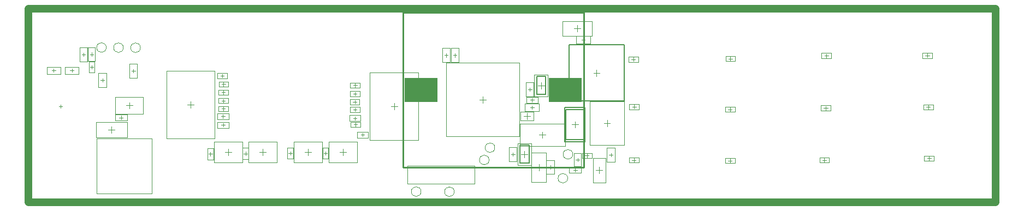
<source format=gbp>
G04*
G04 #@! TF.GenerationSoftware,Altium Limited,CircuitMaker,2.3.0 (2.3.0.3)*
G04*
G04 Layer_Color=16770453*
%FSLAX24Y24*%
%MOIN*%
G70*
G04*
G04 #@! TF.SameCoordinates,BA9B3302-63F0-48E8-8009-FCAE1684F3EC*
G04*
G04*
G04 #@! TF.FilePolarity,Positive*
G04*
G01*
G75*
%ADD11C,0.0039*%
%ADD13C,0.0100*%
%ADD14C,0.0050*%
%ADD15C,0.0079*%
%ADD16C,0.0059*%
%ADD18C,0.0472*%
%ADD19C,0.0020*%
%ADD114R,0.2000X0.1500*%
D11*
X4197Y3888D02*
X7544D01*
Y542D02*
Y3888D01*
X4197Y542D02*
X7544D01*
X4197D02*
Y3888D01*
X26015Y640D02*
G03*
X26015Y640I-295J0D01*
G01*
X33251Y2925D02*
G03*
X33251Y2925I-295J0D01*
G01*
X5818Y9449D02*
G03*
X5818Y9449I-295J0D01*
G01*
X6859Y9444D02*
G03*
X6859Y9444I-295J0D01*
G01*
X4780Y9454D02*
G03*
X4780Y9454I-295J0D01*
G01*
X28144Y2582D02*
G03*
X28144Y2582I-295J0D01*
G01*
X28494Y3332D02*
G03*
X28494Y3332I-295J0D01*
G01*
X32941Y1465D02*
G03*
X32941Y1465I-295J0D01*
G01*
X23988Y649D02*
G03*
X23988Y649I-295J0D01*
G01*
X4542Y7346D02*
Y7563D01*
X4434Y7455D02*
X4651D01*
X35147Y4818D02*
X35541D01*
X35344Y4621D02*
Y5015D01*
X19835Y6135D02*
X20051D01*
X19943Y6027D02*
Y6243D01*
X5983Y5913D02*
X6377D01*
X6180Y5717D02*
Y6110D01*
X14134Y3066D02*
X14528D01*
X14331Y2869D02*
Y3263D01*
X23154Y1127D02*
X27249D01*
Y2229D01*
X23154D02*
X27249D01*
X23154Y1127D02*
Y2229D01*
X27562Y6272D02*
X27956D01*
X27759Y6075D02*
Y6469D01*
X1573Y7947D02*
Y8163D01*
X1465Y8055D02*
X1681D01*
X2676Y7947D02*
Y8163D01*
X2567Y8055D02*
X2784D01*
X19965Y5027D02*
Y5243D01*
X19857Y5135D02*
X20074D01*
X20426Y4012D02*
Y4228D01*
X20317Y4120D02*
X20534D01*
X18047Y2987D02*
X18264D01*
X18155Y2879D02*
Y3095D01*
X15908Y3001D02*
X16125D01*
X16017Y2893D02*
Y3109D01*
X13173Y2978D02*
X13390D01*
X13281Y2870D02*
Y3087D01*
X11029Y2946D02*
X11246D01*
X11138Y2838D02*
Y3054D01*
X19218Y2866D02*
Y3260D01*
X19021Y3063D02*
X19414D01*
X17093Y2863D02*
Y3257D01*
X16897Y3060D02*
X17290D01*
X12228Y2865D02*
Y3259D01*
X12032Y3062D02*
X12425D01*
X11904Y5137D02*
Y5353D01*
X11796Y5245D02*
X12012D01*
X11909Y4612D02*
Y4829D01*
X11801Y4720D02*
X12017D01*
X22351Y5661D02*
Y6055D01*
X22154Y5858D02*
X22548D01*
X20874Y7925D02*
X23827D01*
X20874Y3791D02*
X23827D01*
X20874D02*
Y7925D01*
X23827Y3791D02*
Y7925D01*
X9922Y5775D02*
Y6169D01*
X9725Y5972D02*
X10119D01*
X8445Y3905D02*
X11398D01*
X8445Y8039D02*
X11398D01*
Y3905D02*
Y8039D01*
X8445Y3905D02*
Y8039D01*
X29492Y2925D02*
X29709D01*
X29600Y2816D02*
Y3033D01*
X30300Y2738D02*
Y3131D01*
X30104Y2935D02*
X30497D01*
X31876Y2037D02*
Y2253D01*
X31767Y2145D02*
X31984D01*
X30979Y2125D02*
X31373D01*
X31176Y1928D02*
Y2322D01*
X33278Y1975D02*
X33514D01*
X33396Y1857D02*
Y2093D01*
X36983Y2452D02*
Y2688D01*
X36865Y2570D02*
X37101D01*
X33546Y2487D02*
Y2703D01*
X33437Y2595D02*
X33654D01*
X34007Y2845D02*
X34224D01*
X34116Y2737D02*
Y2953D01*
X34870Y1754D02*
Y2148D01*
X34673Y1951D02*
X35067D01*
X35576Y2786D02*
Y3002D01*
X35467Y2894D02*
X35684D01*
X33189Y4745D02*
X33583D01*
X33386Y4548D02*
Y4942D01*
X33536Y10418D02*
Y10812D01*
X33339Y10615D02*
X33733D01*
X37001Y5712D02*
Y5948D01*
X36883Y5830D02*
X37119D01*
X36956Y8617D02*
Y8853D01*
X36838Y8735D02*
X37074D01*
X42871Y8652D02*
Y8888D01*
X42753Y8770D02*
X42989D01*
X42849Y2426D02*
Y2662D01*
X42731Y2544D02*
X42967D01*
X42735Y5675D02*
X42972D01*
X42853Y5557D02*
Y5793D01*
X48690Y5642D02*
Y5878D01*
X48572Y5760D02*
X48809D01*
X48728Y8837D02*
Y9073D01*
X48610Y8955D02*
X48846D01*
X48606Y2457D02*
Y2693D01*
X48488Y2575D02*
X48724D01*
X54878Y2685D02*
X55114D01*
X54996Y2567D02*
Y2803D01*
X54835Y5815D02*
X55072D01*
X54953Y5697D02*
Y5933D01*
X54893Y8847D02*
Y9083D01*
X54775Y8965D02*
X55012D01*
X33791Y9923D02*
X34007D01*
X33899Y9815D02*
Y10032D01*
X34509Y7905D02*
X34903D01*
X34706Y7708D02*
Y8102D01*
X26066Y8877D02*
Y9093D01*
X25957Y8985D02*
X26174D01*
X11823Y6713D02*
X12040D01*
X11932Y6605D02*
Y6822D01*
X11832Y7213D02*
X12049D01*
X11940Y7105D02*
Y7322D01*
X11810Y5715D02*
X12026D01*
X11918Y5607D02*
Y5823D01*
X11812Y6203D02*
X12029D01*
X11921Y6094D02*
Y6311D01*
X11748Y7734D02*
X11964D01*
X11856Y7625D02*
Y7842D01*
X30259Y5252D02*
X30653D01*
X30456Y5055D02*
Y5448D01*
X19847Y6625D02*
X20063D01*
X19955Y6517D02*
Y6733D01*
X19845Y5665D02*
X20062D01*
X19953Y5557D02*
Y5773D01*
X5570Y5175D02*
X5806D01*
X5688Y5057D02*
Y5293D01*
X3886Y8930D02*
Y9146D01*
X3777Y9038D02*
X3994D01*
X30769Y6144D02*
Y6361D01*
X30661Y6252D02*
X30877D01*
X3778Y8265D02*
X3994D01*
X3886Y8157D02*
Y8373D01*
X19859Y7149D02*
X20076D01*
X19968Y7040D02*
Y7257D01*
X30531Y6902D02*
X30747D01*
X30639Y6794D02*
Y7011D01*
X6326Y8027D02*
X6542D01*
X6434Y7918D02*
Y8135D01*
X3396Y8927D02*
Y9143D01*
X3287Y9035D02*
X3504D01*
X31319Y6941D02*
Y7335D01*
X31122Y7138D02*
X31516D01*
X19877Y4750D02*
X20094D01*
X19985Y4642D02*
Y4858D01*
X25417Y8986D02*
X25634D01*
X25526Y8878D02*
Y9094D01*
X30768Y5694D02*
Y5911D01*
X30660Y5802D02*
X30876D01*
X5100Y4228D02*
Y4622D01*
X4904Y4425D02*
X5297D01*
D13*
X22887Y11584D02*
X33911D01*
Y2135D02*
Y11584D01*
X22887Y2135D02*
X33911D01*
X22887D02*
Y11584D01*
D14*
X33033Y6192D02*
X36379D01*
X33033Y9618D02*
X36379D01*
X33033Y6192D02*
Y9618D01*
X36379Y6192D02*
Y9618D01*
D15*
X32772Y3695D02*
X34000D01*
Y5795D01*
X32772D02*
X34000D01*
X32772Y3695D02*
Y5795D01*
D16*
X30576Y2385D02*
Y3485D01*
X30025Y2385D02*
X30576D01*
X30025D02*
Y3485D01*
X30576D01*
X31044Y6588D02*
Y7688D01*
X31595D01*
Y6588D02*
Y7688D01*
X31044Y6588D02*
X31595D01*
X32811Y3839D02*
X33961D01*
Y5650D01*
X32811D02*
X33961D01*
X32811Y3839D02*
Y5650D01*
D18*
X16Y5D02*
Y11825D01*
X59066D01*
Y5D02*
Y11825D01*
X16Y5D02*
X59066D01*
D19*
X4306Y7022D02*
X4779D01*
X4306Y7888D02*
X4779D01*
X4306Y7022D02*
Y7888D01*
X4779Y7022D02*
Y7888D01*
X36388Y3480D02*
Y6157D01*
X34301Y3480D02*
Y6157D01*
X36388D01*
X34301Y3480D02*
X36388D01*
X19648Y5977D02*
Y6292D01*
X20238Y5977D02*
Y6292D01*
X19648D02*
X20238D01*
X19648Y5977D02*
X20238D01*
X5334Y5402D02*
Y6425D01*
X7027Y5402D02*
Y6425D01*
X5334D02*
X7027D01*
X5334Y5402D02*
X7027D01*
X13465Y2436D02*
Y3696D01*
X15197Y2436D02*
Y3696D01*
X13465D02*
X15197D01*
X13465Y2436D02*
X15197D01*
X30003Y4028D02*
Y8516D01*
X25515Y4028D02*
Y8516D01*
Y4028D02*
X30003D01*
X25515Y8516D02*
X30003D01*
X1160Y7838D02*
X1987D01*
X1160Y8271D02*
X1987D01*
Y7838D02*
Y8271D01*
X1160Y7838D02*
Y8271D01*
X2262Y8271D02*
X3089D01*
X2262Y7838D02*
X3089D01*
X2262D02*
Y8271D01*
X3089Y7838D02*
Y8271D01*
X19623Y4958D02*
X20307D01*
X19623Y5312D02*
X20307D01*
Y4958D02*
Y5312D01*
X19623Y4958D02*
Y5312D01*
X20084Y3943D02*
X20768D01*
X20084Y4297D02*
X20768D01*
Y3943D02*
Y4297D01*
X20084Y3943D02*
Y4297D01*
X18333Y2645D02*
Y3329D01*
X17978Y2645D02*
Y3329D01*
X18333D01*
X17978Y2645D02*
X18333D01*
X16194Y2659D02*
Y3343D01*
X15840Y2659D02*
Y3343D01*
X16194D01*
X15840Y2659D02*
X16194D01*
X13459Y2637D02*
Y3320D01*
X13104Y2637D02*
Y3320D01*
X13459D01*
X13104Y2637D02*
X13459D01*
X11315Y2604D02*
Y3288D01*
X10961Y2604D02*
Y3288D01*
X11315D01*
X10961Y2604D02*
X11315D01*
X18351Y2433D02*
X20084D01*
X18351Y3693D02*
X20084D01*
Y2433D02*
Y3693D01*
X18351Y2433D02*
Y3693D01*
X16227Y2430D02*
X17960D01*
X16227Y3690D02*
X17960D01*
Y2430D02*
Y3690D01*
X16227Y2430D02*
Y3690D01*
X11362Y2432D02*
X13094D01*
X11362Y3692D02*
X13094D01*
Y2432D02*
Y3692D01*
X11362Y2432D02*
Y3692D01*
X11562Y5422D02*
X12246D01*
X11562Y5068D02*
X12246D01*
X11562D02*
Y5422D01*
X12246Y5068D02*
Y5422D01*
X11567Y4897D02*
X12251D01*
X11567Y4543D02*
X12251D01*
X11567D02*
Y4897D01*
X12251Y4543D02*
Y4897D01*
X31201Y4113D02*
X31595D01*
X31398Y3916D02*
Y4310D01*
X32776Y3444D02*
Y4782D01*
X30020D02*
X32776D01*
X30020Y3444D02*
Y4782D01*
Y3444D02*
X32776D01*
X29364Y2492D02*
Y3358D01*
X29837Y2492D02*
Y3358D01*
X29364Y2492D02*
X29837D01*
X29364Y3358D02*
X29837D01*
X29887Y3604D02*
X30714D01*
X29887Y2265D02*
X30714D01*
Y3604D01*
X29887Y2265D02*
Y3604D01*
X31640Y2578D02*
X32112D01*
X31640Y1712D02*
X32112D01*
Y2578D01*
X31640Y1712D02*
Y2578D01*
X30723Y1219D02*
Y3030D01*
X31628Y1219D02*
Y3030D01*
X30723Y1219D02*
X31628D01*
X30723Y3030D02*
X31628D01*
X33750Y1798D02*
Y2152D01*
X33041Y1798D02*
Y2152D01*
Y1798D02*
X33750D01*
X33041Y2152D02*
X33750D01*
X36688Y2412D02*
X37279D01*
X36688Y2727D02*
X37279D01*
Y2412D02*
Y2727D01*
X36688Y2412D02*
Y2727D01*
X33329Y2182D02*
X33762D01*
X33329Y3008D02*
X33762D01*
X33329Y2182D02*
Y3008D01*
X33762Y2182D02*
Y3008D01*
X33820Y2687D02*
Y3002D01*
X34411Y2687D02*
Y3002D01*
X33820D02*
X34411D01*
X33820Y2687D02*
X34411D01*
X34496Y1203D02*
X35244D01*
X34496Y2699D02*
X35244D01*
X34496Y1203D02*
Y2699D01*
X35244Y1203D02*
Y2699D01*
X35340Y2461D02*
X35812D01*
X35340Y3327D02*
X35812D01*
X35340Y2461D02*
Y3327D01*
X35812Y2461D02*
Y3327D01*
X32630Y11068D02*
X34441D01*
X32630Y10162D02*
X34441D01*
X32630D02*
Y11068D01*
X34441Y10162D02*
Y11068D01*
X36706Y5672D02*
X37296D01*
X36706Y5987D02*
X37296D01*
Y5672D02*
Y5987D01*
X36706Y5672D02*
Y5987D01*
X36660Y8577D02*
X37251D01*
X36660Y8892D02*
X37251D01*
Y8577D02*
Y8892D01*
X36660Y8577D02*
Y8892D01*
X42576Y8612D02*
X43166D01*
X42576Y8927D02*
X43166D01*
Y8612D02*
Y8927D01*
X42576Y8612D02*
Y8927D01*
X42553Y2387D02*
X43144D01*
X42553Y2702D02*
X43144D01*
Y2387D02*
Y2702D01*
X42553Y2387D02*
Y2702D01*
X42558Y5517D02*
Y5832D01*
X43149Y5517D02*
Y5832D01*
X42558D02*
X43149D01*
X42558Y5517D02*
X43149D01*
X48395Y5602D02*
X48986D01*
X48395Y5917D02*
X48986D01*
Y5602D02*
Y5917D01*
X48395Y5602D02*
Y5917D01*
X48433Y8797D02*
X49023D01*
X48433Y9112D02*
X49023D01*
Y8797D02*
Y9112D01*
X48433Y8797D02*
Y9112D01*
X48310Y2417D02*
X48901D01*
X48310Y2732D02*
X48901D01*
Y2417D02*
Y2732D01*
X48310Y2417D02*
Y2732D01*
X54700Y2527D02*
Y2842D01*
X55291Y2527D02*
Y2842D01*
X54700D02*
X55291D01*
X54700Y2527D02*
X55291D01*
X54658Y5657D02*
Y5972D01*
X55249Y5657D02*
Y5972D01*
X54658D02*
X55249D01*
X54658Y5657D02*
X55249D01*
X54598Y8807D02*
X55189D01*
X54598Y9122D02*
X55189D01*
Y8807D02*
Y9122D01*
X54598Y8807D02*
Y9122D01*
X34332Y9687D02*
Y10160D01*
X33466Y9687D02*
Y10160D01*
Y9687D02*
X34332D01*
X33466Y10160D02*
X34332D01*
X25830Y9418D02*
X26302D01*
X25830Y8552D02*
X26302D01*
Y9418D01*
X25830Y8552D02*
Y9418D01*
X12227Y6556D02*
Y6871D01*
X11636Y6556D02*
Y6871D01*
Y6556D02*
X12227D01*
X11636Y6871D02*
X12227D01*
X12236Y7056D02*
Y7371D01*
X11645Y7056D02*
Y7371D01*
Y7056D02*
X12236D01*
X11645Y7371D02*
X12236D01*
X12213Y5557D02*
Y5872D01*
X11623Y5557D02*
Y5872D01*
Y5557D02*
X12213D01*
X11623Y5872D02*
X12213D01*
X12216Y6045D02*
Y6360D01*
X11625Y6045D02*
Y6360D01*
Y6045D02*
X12216D01*
X11625Y6360D02*
X12216D01*
X12151Y7576D02*
Y7891D01*
X11561Y7576D02*
Y7891D01*
Y7576D02*
X12151D01*
X11561Y7891D02*
X12151D01*
X30860Y4986D02*
Y5517D01*
X30052Y4986D02*
Y5517D01*
Y4986D02*
X30860D01*
X30052Y5517D02*
X30860D01*
X19660Y6467D02*
Y6782D01*
X20250Y6467D02*
Y6782D01*
X19660D02*
X20250D01*
X19660Y6467D02*
X20250D01*
X19658Y5507D02*
Y5822D01*
X20249Y5507D02*
Y5822D01*
X19658D02*
X20249D01*
X19658Y5507D02*
X20249D01*
X6042Y4998D02*
Y5352D01*
X5333Y4998D02*
Y5352D01*
Y4998D02*
X6042D01*
X5333Y5352D02*
X6042D01*
X3669Y8625D02*
X4102D01*
X3669Y9451D02*
X4102D01*
X3669Y8625D02*
Y9451D01*
X4102Y8625D02*
Y9451D01*
X30427Y6429D02*
X31111D01*
X30427Y6075D02*
X31111D01*
X30427D02*
Y6429D01*
X31111Y6075D02*
Y6429D01*
X3709Y7923D02*
Y8607D01*
X4063Y7923D02*
Y8607D01*
X3709Y7923D02*
X4063D01*
X3709Y8607D02*
X4063D01*
X19672Y6991D02*
Y7306D01*
X20263Y6991D02*
Y7306D01*
X19672D02*
X20263D01*
X19672Y6991D02*
X20263D01*
X30875Y6469D02*
Y7335D01*
X30403Y6469D02*
Y7335D01*
X30875D01*
X30403Y6469D02*
X30875D01*
X6670Y7594D02*
Y8460D01*
X6198Y7594D02*
Y8460D01*
X6670D01*
X6198Y7594D02*
X6670D01*
X3160Y8602D02*
X3632D01*
X3160Y9468D02*
X3632D01*
X3160Y8602D02*
Y9468D01*
X3632Y8602D02*
Y9468D01*
X30906Y6469D02*
X31733D01*
X30906Y7807D02*
X31733D01*
X30906Y6469D02*
Y7807D01*
X31733Y6469D02*
Y7807D01*
X19690Y4593D02*
Y4907D01*
X20281Y4593D02*
Y4907D01*
X19690D02*
X20281D01*
X19690Y4593D02*
X20281D01*
X25762Y8553D02*
Y9419D01*
X25290Y8553D02*
Y9419D01*
X25762D01*
X25290Y8553D02*
X25762D01*
X30335Y5566D02*
X31201D01*
X30335Y6039D02*
X31201D01*
Y5566D02*
Y6039D01*
X30335Y5566D02*
Y6039D01*
X4156Y3952D02*
X6045D01*
X4156Y4897D02*
X6045D01*
Y3952D02*
Y4897D01*
X4156Y3952D02*
Y4897D01*
X1902Y5868D02*
X2099D01*
X2001Y5769D02*
Y5966D01*
D114*
X23999Y6859D02*
D03*
X32799D02*
D03*
M02*

</source>
